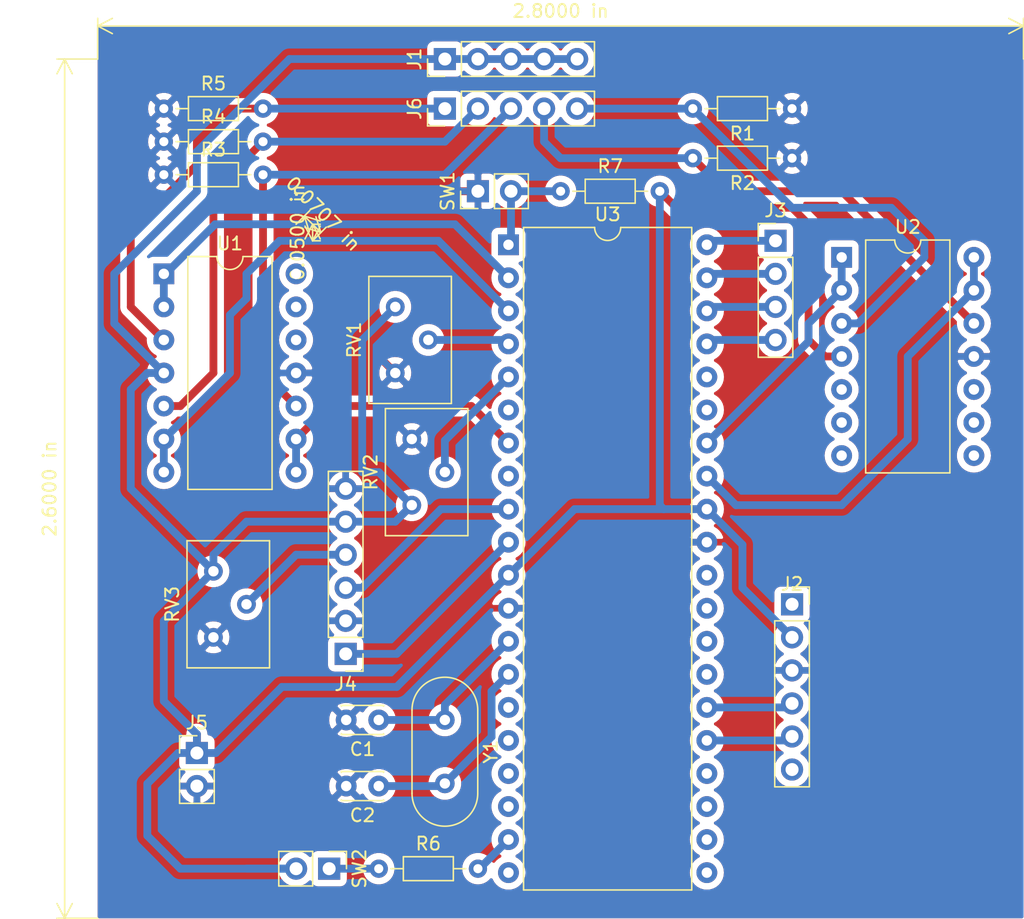
<source format=kicad_pcb>
(kicad_pcb (version 20171130) (host pcbnew "(5.1.2)-2")
  (layers (0 F.Cu signal) (31 B.Cu signal) (34 B.Paste user) (35 F.Paste user) (36 B.SilkS user) (37 F.SilkS user) (38 B.Mask user) (39 F.Mask user) (44 Edge.Cuts user))
  (net 0 "")
  (net 1 OSC1)
  (net 2 GND)
  (net 3 OSC2)
  (net 4 VCC)
  (net 5 "Net-(J2-Pad1)")
  (net 6 TX)
  (net 7 RX)
  (net 8 "Net-(J2-Pad6)")
  (net 9 LCD_RD7)
  (net 10 LCD_RD6)
  (net 11 LCD_RD5)
  (net 12 LCD_RD4)
  (net 13 E)
  (net 14 RS)
  (net 15 "Net-(J4-Pad4)")
  (net 16 "Net-(R6-Pad1)")
  (net 17 "Net-(R6-Pad2)")
  (net 18 MCLR)
  (net 19 Vref-)
  (net 20 Vref+)
  (net 21 ANULARPIC)
  (net 22 INDICEPIC)
  (net 23 MEDIOPIC)
  (net 24 PulgarUC)
  (net 25 MEÑIQUEPIC)
  (net 26 "Net-(U2-Pad8)")
  (net 27 "Net-(U2-Pad9)")
  (net 28 "Net-(U2-Pad10)")
  (net 29 "Net-(U2-Pad5)")
  (net 30 "Net-(U2-Pad6)")
  (net 31 "Net-(U2-Pad7)")
  (net 32 "Net-(U3-Pad21)")
  (net 33 "Net-(U3-Pad22)")
  (net 34 "Net-(U3-Pad23)")
  (net 35 "Net-(U3-Pad24)")
  (net 36 "Net-(U3-Pad27)")
  (net 37 "Net-(U3-Pad8)")
  (net 38 "Net-(U3-Pad28)")
  (net 39 "Net-(U3-Pad29)")
  (net 40 "Net-(U3-Pad30)")
  (net 41 "Net-(U3-Pad15)")
  (net 42 "Net-(U3-Pad35)")
  (net 43 "Net-(U3-Pad16)")
  (net 44 "Net-(U3-Pad36)")
  (net 45 "Net-(U3-Pad17)")
  (net 46 "Net-(U3-Pad18)")
  (net 47 "Net-(U3-Pad20)")
  (net 48 "Net-(U1-Pad14)")
  (net 49 "Net-(U1-Pad13)")
  (net 50 "Net-(U1-Pad12)")
  (net 51 "Net-(J6-Pad5)")
  (net 52 "Net-(J6-Pad4)")
  (net 53 "Net-(J6-Pad3)")
  (net 54 "Net-(J6-Pad2)")
  (net 55 "Net-(J6-Pad1)")
  (net 56 "Net-(U3-Pad6)")
  (module Connector_PinHeader_2.54mm:PinHeader_1x05_P2.54mm_Vertical (layer F.Cu) (at 105.41 64.77 90)
    (fp_text reference J6 (at 0 -2.33 90) (layer F.SilkS))
    (fp_text value UCFLEX)
    (fp_line (start -1.33 -1.33) (end 0 -1.33) (layer F.SilkS) (width 0.12))
    (fp_line (start -1.33 0) (end -1.33 -1.33) (layer F.SilkS) (width 0.12))
    (fp_line (start -1.33 1.27) (end 1.33 1.27) (layer F.SilkS) (width 0.12))
    (fp_line (start 1.33 1.27) (end 1.33 11.49) (layer F.SilkS) (width 0.12))
    (fp_line (start -1.33 1.27) (end -1.33 11.49) (layer F.SilkS) (width 0.12))
    (fp_line (start -1.33 11.49) (end 1.33 11.49) (layer F.SilkS) (width 0.12))
    (pad 5 thru_hole oval (at 0 10.16 90) (size 1.7 1.7) (drill 1) (layers *.Cu *.Mask) (net 51 "Net-(J6-Pad5)"))
    (pad 4 thru_hole oval (at 0 7.62 90) (size 1.7 1.7) (drill 1) (layers *.Cu *.Mask) (net 52 "Net-(J6-Pad4)"))
    (pad 3 thru_hole oval (at 0 5.08 90) (size 1.7 1.7) (drill 1) (layers *.Cu *.Mask) (net 53 "Net-(J6-Pad3)"))
    (pad 2 thru_hole oval (at 0 2.54 90) (size 1.7 1.7) (drill 1) (layers *.Cu *.Mask) (net 54 "Net-(J6-Pad2)"))
    (pad 1 thru_hole rect (at 0 0 90) (size 1.7 1.7) (drill 1) (layers *.Cu *.Mask) (net 55 "Net-(J6-Pad1)"))
  )
  (module Connector_PinHeader_2.54mm:PinHeader_1x05_P2.54mm_Vertical (layer F.Cu) (at 105.41 60.96 90)
    (fp_text reference J1 (at 0 -2.33 90) (layer F.SilkS))
    (fp_text value +FLEX)
    (fp_line (start -1.33 -1.33) (end 0 -1.33) (layer F.SilkS) (width 0.12))
    (fp_line (start -1.33 0) (end -1.33 -1.33) (layer F.SilkS) (width 0.12))
    (fp_line (start -1.33 1.27) (end 1.33 1.27) (layer F.SilkS) (width 0.12))
    (fp_line (start 1.33 1.27) (end 1.33 11.49) (layer F.SilkS) (width 0.12))
    (fp_line (start -1.33 1.27) (end -1.33 11.49) (layer F.SilkS) (width 0.12))
    (fp_line (start -1.33 11.49) (end 1.33 11.49) (layer F.SilkS) (width 0.12))
    (pad 5 thru_hole oval (at 0 10.16 90) (size 1.7 1.7) (drill 1) (layers *.Cu *.Mask) (net 4 VCC))
    (pad 4 thru_hole oval (at 0 7.62 90) (size 1.7 1.7) (drill 1) (layers *.Cu *.Mask) (net 4 VCC))
    (pad 3 thru_hole oval (at 0 5.08 90) (size 1.7 1.7) (drill 1) (layers *.Cu *.Mask) (net 4 VCC))
    (pad 2 thru_hole oval (at 0 2.54 90) (size 1.7 1.7) (drill 1) (layers *.Cu *.Mask) (net 4 VCC))
    (pad 1 thru_hole rect (at 0 0 90) (size 1.7 1.7) (drill 1) (layers *.Cu *.Mask) (net 4 VCC))
  )
  (module Potentiometer_THT:Potentiometer_Bourns_3299Y_Vertical (layer F.Cu) (at 87.63 100.33 90)
    (fp_text reference RV3 (at -2.54 -3.16 90) (layer F.SilkS))
    (fp_text value R_POT_TRIM)
    (fp_line (start -7.425 -2.03) (end 2.345 -2.03) (layer F.SilkS) (width 0.12))
    (fp_line (start -7.425 4.31) (end 2.345 4.31) (layer F.SilkS) (width 0.12))
    (fp_line (start -7.425 -2.03) (end -7.425 4.31) (layer F.SilkS) (width 0.12))
    (fp_line (start 2.345 -2.03) (end 2.345 4.31) (layer F.SilkS) (width 0.12))
    (pad 1 thru_hole circle (at 0 0 90) (size 1.44 1.44) (drill 0.8) (layers *.Cu *.Mask) (net 4 VCC))
    (pad 2 thru_hole circle (at -2.54 2.54 90) (size 1.44 1.44) (drill 0.8) (layers *.Cu *.Mask) (net 15 "Net-(J4-Pad4)"))
    (pad 3 thru_hole circle (at -5.08 0 90) (size 1.44 1.44) (drill 0.8) (layers *.Cu *.Mask) (net 2 GND))
  )
  (module Connector_PinSocket_2.54mm:PinSocket_1x06_P2.54mm_Vertical (layer F.Cu) (at 132.08 102.87)
    (fp_text reference J2 (at 0 -1.56) (layer F.SilkS))
    (fp_text value Conn_01x06_Male)
    (fp_line (start 0 -1.33) (end 1.33 -1.33) (layer F.SilkS) (width 0.12))
    (fp_line (start 1.33 -1.33) (end 1.33 0) (layer F.SilkS) (width 0.12))
    (fp_line (start 1.33 1.27) (end 1.33 14.03) (layer F.SilkS) (width 0.12))
    (fp_line (start -1.33 14.03) (end 1.33 14.03) (layer F.SilkS) (width 0.12))
    (fp_line (start -1.33 1.27) (end -1.33 14.03) (layer F.SilkS) (width 0.12))
    (fp_line (start -1.33 1.27) (end 1.33 1.27) (layer F.SilkS) (width 0.12))
    (pad 6 thru_hole oval (at 0 12.7) (size 1.7 1.7) (drill 1) (layers *.Cu *.Mask) (net 8 "Net-(J2-Pad6)"))
    (pad 5 thru_hole oval (at 0 10.16) (size 1.7 1.7) (drill 1) (layers *.Cu *.Mask) (net 7 RX))
    (pad 4 thru_hole oval (at 0 7.62) (size 1.7 1.7) (drill 1) (layers *.Cu *.Mask) (net 6 TX))
    (pad 3 thru_hole oval (at 0 5.08) (size 1.7 1.7) (drill 1) (layers *.Cu *.Mask) (net 2 GND))
    (pad 2 thru_hole oval (at 0 2.54) (size 1.7 1.7) (drill 1) (layers *.Cu *.Mask) (net 4 VCC))
    (pad 1 thru_hole rect (at 0 0) (size 1.7 1.7) (drill 1) (layers *.Cu *.Mask) (net 5 "Net-(J2-Pad1)"))
  )
  (module Connector_PinHeader_2.54mm:PinHeader_1x06_P2.54mm_Vertical (layer F.Cu) (at 97.79 106.68 180)
    (fp_text reference J4 (at 0 -2.33) (layer F.SilkS))
    (fp_text value Conn_01x06_Male)
    (fp_line (start -1.33 -1.33) (end 0 -1.33) (layer F.SilkS) (width 0.12))
    (fp_line (start -1.33 0) (end -1.33 -1.33) (layer F.SilkS) (width 0.12))
    (fp_line (start -1.33 1.27) (end 1.33 1.27) (layer F.SilkS) (width 0.12))
    (fp_line (start 1.33 1.27) (end 1.33 14.03) (layer F.SilkS) (width 0.12))
    (fp_line (start -1.33 1.27) (end -1.33 14.03) (layer F.SilkS) (width 0.12))
    (fp_line (start -1.33 14.03) (end 1.33 14.03) (layer F.SilkS) (width 0.12))
    (pad 6 thru_hole oval (at 0 12.7 180) (size 1.7 1.7) (drill 1) (layers *.Cu *.Mask) (net 2 GND))
    (pad 5 thru_hole oval (at 0 10.16 180) (size 1.7 1.7) (drill 1) (layers *.Cu *.Mask) (net 4 VCC))
    (pad 4 thru_hole oval (at 0 7.62 180) (size 1.7 1.7) (drill 1) (layers *.Cu *.Mask) (net 15 "Net-(J4-Pad4)"))
    (pad 3 thru_hole oval (at 0 5.08 180) (size 1.7 1.7) (drill 1) (layers *.Cu *.Mask) (net 14 RS))
    (pad 2 thru_hole oval (at 0 2.54 180) (size 1.7 1.7) (drill 1) (layers *.Cu *.Mask) (net 2 GND))
    (pad 1 thru_hole rect (at 0 0 180) (size 1.7 1.7) (drill 1) (layers *.Cu *.Mask) (net 13 E))
  )
  (module Capacitor_THT:C_Disc_D3.0mm_W2.0mm_P2.50mm (layer F.Cu) (at 100.33 111.76 180)
    (fp_text reference C1 (at 1.25 -2.25) (layer F.SilkS))
    (fp_text value C)
    (fp_line (start -0.37 -1.12) (end 2.87 -1.12) (layer F.SilkS) (width 0.12))
    (fp_line (start -0.37 1.12) (end 2.87 1.12) (layer F.SilkS) (width 0.12))
    (fp_line (start -0.37 -1.12) (end -0.37 -1.055) (layer F.SilkS) (width 0.12))
    (fp_line (start -0.37 1.055) (end -0.37 1.12) (layer F.SilkS) (width 0.12))
    (fp_line (start 2.87 -1.12) (end 2.87 -1.055) (layer F.SilkS) (width 0.12))
    (fp_line (start 2.87 1.055) (end 2.87 1.12) (layer F.SilkS) (width 0.12))
    (pad 1 thru_hole circle (at 0 0 180) (size 1.6 1.6) (drill 0.8) (layers *.Cu *.Mask) (net 1 OSC1))
    (pad 2 thru_hole circle (at 2.5 0 180) (size 1.6 1.6) (drill 0.8) (layers *.Cu *.Mask) (net 2 GND))
  )
  (module Capacitor_THT:C_Disc_D3.0mm_W2.0mm_P2.50mm (layer F.Cu) (at 100.33 116.84 180)
    (fp_text reference C2 (at 1.25 -2.25) (layer F.SilkS))
    (fp_text value C)
    (fp_line (start 2.87 1.055) (end 2.87 1.12) (layer F.SilkS) (width 0.12))
    (fp_line (start 2.87 -1.12) (end 2.87 -1.055) (layer F.SilkS) (width 0.12))
    (fp_line (start -0.37 1.055) (end -0.37 1.12) (layer F.SilkS) (width 0.12))
    (fp_line (start -0.37 -1.12) (end -0.37 -1.055) (layer F.SilkS) (width 0.12))
    (fp_line (start -0.37 1.12) (end 2.87 1.12) (layer F.SilkS) (width 0.12))
    (fp_line (start -0.37 -1.12) (end 2.87 -1.12) (layer F.SilkS) (width 0.12))
    (pad 2 thru_hole circle (at 2.5 0 180) (size 1.6 1.6) (drill 0.8) (layers *.Cu *.Mask) (net 2 GND))
    (pad 1 thru_hole circle (at 0 0 180) (size 1.6 1.6) (drill 0.8) (layers *.Cu *.Mask) (net 3 OSC2))
  )
  (module Connector_PinHeader_2.54mm:PinHeader_1x04_P2.54mm_Vertical (layer F.Cu) (at 130.81 74.93)
    (fp_text reference J3 (at 0 -2.33) (layer F.SilkS))
    (fp_text value BusLCD)
    (fp_line (start -1.33 8.95) (end 1.33 8.95) (layer F.SilkS) (width 0.12))
    (fp_line (start -1.33 1.27) (end -1.33 8.95) (layer F.SilkS) (width 0.12))
    (fp_line (start 1.33 1.27) (end 1.33 8.95) (layer F.SilkS) (width 0.12))
    (fp_line (start -1.33 1.27) (end 1.33 1.27) (layer F.SilkS) (width 0.12))
    (fp_line (start -1.33 0) (end -1.33 -1.33) (layer F.SilkS) (width 0.12))
    (fp_line (start -1.33 -1.33) (end 0 -1.33) (layer F.SilkS) (width 0.12))
    (pad 1 thru_hole rect (at 0 0) (size 1.7 1.7) (drill 1) (layers *.Cu *.Mask) (net 9 LCD_RD7))
    (pad 2 thru_hole oval (at 0 2.54) (size 1.7 1.7) (drill 1) (layers *.Cu *.Mask) (net 10 LCD_RD6))
    (pad 3 thru_hole oval (at 0 5.08) (size 1.7 1.7) (drill 1) (layers *.Cu *.Mask) (net 11 LCD_RD5))
    (pad 4 thru_hole oval (at 0 7.62) (size 1.7 1.7) (drill 1) (layers *.Cu *.Mask) (net 12 LCD_RD4))
  )
  (module Connector_PinHeader_2.54mm:PinHeader_1x02_P2.54mm_Vertical (layer F.Cu) (at 86.36 114.3)
    (fp_text reference J5 (at 0 -2.33) (layer F.SilkS))
    (fp_text value Conn_01x02_Male)
    (fp_line (start -1.33 3.87) (end 1.33 3.87) (layer F.SilkS) (width 0.12))
    (fp_line (start -1.33 1.27) (end -1.33 3.87) (layer F.SilkS) (width 0.12))
    (fp_line (start 1.33 1.27) (end 1.33 3.87) (layer F.SilkS) (width 0.12))
    (fp_line (start -1.33 1.27) (end 1.33 1.27) (layer F.SilkS) (width 0.12))
    (fp_line (start -1.33 0) (end -1.33 -1.33) (layer F.SilkS) (width 0.12))
    (fp_line (start -1.33 -1.33) (end 0 -1.33) (layer F.SilkS) (width 0.12))
    (pad 1 thru_hole rect (at 0 0) (size 1.7 1.7) (drill 1) (layers *.Cu *.Mask) (net 4 VCC))
    (pad 2 thru_hole oval (at 0 2.54) (size 1.7 1.7) (drill 1) (layers *.Cu *.Mask) (net 2 GND))
  )
  (module Resistor_THT:R_Axial_DIN0204_L3.6mm_D1.6mm_P7.62mm_Horizontal (layer F.Cu) (at 132.08 64.77 180)
    (fp_text reference R1 (at 3.81 -1.92) (layer F.SilkS))
    (fp_text value R)
    (fp_line (start 1.89 -0.92) (end 1.89 0.92) (layer F.SilkS) (width 0.12))
    (fp_line (start 1.89 0.92) (end 5.73 0.92) (layer F.SilkS) (width 0.12))
    (fp_line (start 5.73 0.92) (end 5.73 -0.92) (layer F.SilkS) (width 0.12))
    (fp_line (start 5.73 -0.92) (end 1.89 -0.92) (layer F.SilkS) (width 0.12))
    (fp_line (start 0.94 0) (end 1.89 0) (layer F.SilkS) (width 0.12))
    (fp_line (start 6.68 0) (end 5.73 0) (layer F.SilkS) (width 0.12))
    (pad 1 thru_hole circle (at 0 0 180) (size 1.4 1.4) (drill 0.7) (layers *.Cu *.Mask) (net 2 GND))
    (pad 2 thru_hole oval (at 7.62 0 180) (size 1.4 1.4) (drill 0.7) (layers *.Cu *.Mask) (net 51 "Net-(J6-Pad5)"))
  )
  (module Resistor_THT:R_Axial_DIN0204_L3.6mm_D1.6mm_P7.62mm_Horizontal (layer F.Cu) (at 132.08 68.58 180)
    (fp_text reference R2 (at 3.81 -1.92) (layer F.SilkS))
    (fp_text value R)
    (fp_line (start 6.68 0) (end 5.73 0) (layer F.SilkS) (width 0.12))
    (fp_line (start 0.94 0) (end 1.89 0) (layer F.SilkS) (width 0.12))
    (fp_line (start 5.73 -0.92) (end 1.89 -0.92) (layer F.SilkS) (width 0.12))
    (fp_line (start 5.73 0.92) (end 5.73 -0.92) (layer F.SilkS) (width 0.12))
    (fp_line (start 1.89 0.92) (end 5.73 0.92) (layer F.SilkS) (width 0.12))
    (fp_line (start 1.89 -0.92) (end 1.89 0.92) (layer F.SilkS) (width 0.12))
    (pad 2 thru_hole oval (at 7.62 0 180) (size 1.4 1.4) (drill 0.7) (layers *.Cu *.Mask) (net 52 "Net-(J6-Pad4)"))
    (pad 1 thru_hole circle (at 0 0 180) (size 1.4 1.4) (drill 0.7) (layers *.Cu *.Mask) (net 2 GND))
  )
  (module Resistor_THT:R_Axial_DIN0204_L3.6mm_D1.6mm_P7.62mm_Horizontal (layer F.Cu) (at 83.82 69.85)
    (fp_text reference R3 (at 3.81 -1.92) (layer F.SilkS))
    (fp_text value R)
    (fp_line (start 1.89 -0.92) (end 1.89 0.92) (layer F.SilkS) (width 0.12))
    (fp_line (start 1.89 0.92) (end 5.73 0.92) (layer F.SilkS) (width 0.12))
    (fp_line (start 5.73 0.92) (end 5.73 -0.92) (layer F.SilkS) (width 0.12))
    (fp_line (start 5.73 -0.92) (end 1.89 -0.92) (layer F.SilkS) (width 0.12))
    (fp_line (start 0.94 0) (end 1.89 0) (layer F.SilkS) (width 0.12))
    (fp_line (start 6.68 0) (end 5.73 0) (layer F.SilkS) (width 0.12))
    (pad 1 thru_hole circle (at 0 0) (size 1.4 1.4) (drill 0.7) (layers *.Cu *.Mask) (net 2 GND))
    (pad 2 thru_hole oval (at 7.62 0) (size 1.4 1.4) (drill 0.7) (layers *.Cu *.Mask) (net 53 "Net-(J6-Pad3)"))
  )
  (module Resistor_THT:R_Axial_DIN0204_L3.6mm_D1.6mm_P7.62mm_Horizontal (layer F.Cu) (at 83.82 67.31)
    (fp_text reference R4 (at 3.81 -1.92) (layer F.SilkS))
    (fp_text value R)
    (fp_line (start 6.68 0) (end 5.73 0) (layer F.SilkS) (width 0.12))
    (fp_line (start 0.94 0) (end 1.89 0) (layer F.SilkS) (width 0.12))
    (fp_line (start 5.73 -0.92) (end 1.89 -0.92) (layer F.SilkS) (width 0.12))
    (fp_line (start 5.73 0.92) (end 5.73 -0.92) (layer F.SilkS) (width 0.12))
    (fp_line (start 1.89 0.92) (end 5.73 0.92) (layer F.SilkS) (width 0.12))
    (fp_line (start 1.89 -0.92) (end 1.89 0.92) (layer F.SilkS) (width 0.12))
    (pad 2 thru_hole oval (at 7.62 0) (size 1.4 1.4) (drill 0.7) (layers *.Cu *.Mask) (net 54 "Net-(J6-Pad2)"))
    (pad 1 thru_hole circle (at 0 0) (size 1.4 1.4) (drill 0.7) (layers *.Cu *.Mask) (net 2 GND))
  )
  (module Resistor_THT:R_Axial_DIN0204_L3.6mm_D1.6mm_P7.62mm_Horizontal (layer F.Cu) (at 83.82 64.77)
    (fp_text reference R5 (at 3.81 -1.92) (layer F.SilkS))
    (fp_text value R)
    (fp_line (start 1.89 -0.92) (end 1.89 0.92) (layer F.SilkS) (width 0.12))
    (fp_line (start 1.89 0.92) (end 5.73 0.92) (layer F.SilkS) (width 0.12))
    (fp_line (start 5.73 0.92) (end 5.73 -0.92) (layer F.SilkS) (width 0.12))
    (fp_line (start 5.73 -0.92) (end 1.89 -0.92) (layer F.SilkS) (width 0.12))
    (fp_line (start 0.94 0) (end 1.89 0) (layer F.SilkS) (width 0.12))
    (fp_line (start 6.68 0) (end 5.73 0) (layer F.SilkS) (width 0.12))
    (pad 1 thru_hole circle (at 0 0) (size 1.4 1.4) (drill 0.7) (layers *.Cu *.Mask) (net 2 GND))
    (pad 2 thru_hole oval (at 7.62 0) (size 1.4 1.4) (drill 0.7) (layers *.Cu *.Mask) (net 55 "Net-(J6-Pad1)"))
  )
  (module Resistor_THT:R_Axial_DIN0204_L3.6mm_D1.6mm_P7.62mm_Horizontal (layer F.Cu) (at 100.33 123.19)
    (fp_text reference R6 (at 3.81 -1.92) (layer F.SilkS))
    (fp_text value R)
    (fp_line (start 1.89 -0.92) (end 1.89 0.92) (layer F.SilkS) (width 0.12))
    (fp_line (start 1.89 0.92) (end 5.73 0.92) (layer F.SilkS) (width 0.12))
    (fp_line (start 5.73 0.92) (end 5.73 -0.92) (layer F.SilkS) (width 0.12))
    (fp_line (start 5.73 -0.92) (end 1.89 -0.92) (layer F.SilkS) (width 0.12))
    (fp_line (start 0.94 0) (end 1.89 0) (layer F.SilkS) (width 0.12))
    (fp_line (start 6.68 0) (end 5.73 0) (layer F.SilkS) (width 0.12))
    (pad 1 thru_hole circle (at 0 0) (size 1.4 1.4) (drill 0.7) (layers *.Cu *.Mask) (net 16 "Net-(R6-Pad1)"))
    (pad 2 thru_hole oval (at 7.62 0) (size 1.4 1.4) (drill 0.7) (layers *.Cu *.Mask) (net 17 "Net-(R6-Pad2)"))
  )
  (module Resistor_THT:R_Axial_DIN0204_L3.6mm_D1.6mm_P7.62mm_Horizontal (layer F.Cu) (at 114.3 71.12)
    (fp_text reference R7 (at 3.81 -1.92) (layer F.SilkS))
    (fp_text value R)
    (fp_line (start 6.68 0) (end 5.73 0) (layer F.SilkS) (width 0.12))
    (fp_line (start 0.94 0) (end 1.89 0) (layer F.SilkS) (width 0.12))
    (fp_line (start 5.73 -0.92) (end 1.89 -0.92) (layer F.SilkS) (width 0.12))
    (fp_line (start 5.73 0.92) (end 5.73 -0.92) (layer F.SilkS) (width 0.12))
    (fp_line (start 1.89 0.92) (end 5.73 0.92) (layer F.SilkS) (width 0.12))
    (fp_line (start 1.89 -0.92) (end 1.89 0.92) (layer F.SilkS) (width 0.12))
    (pad 2 thru_hole oval (at 7.62 0) (size 1.4 1.4) (drill 0.7) (layers *.Cu *.Mask) (net 4 VCC))
    (pad 1 thru_hole circle (at 0 0) (size 1.4 1.4) (drill 0.7) (layers *.Cu *.Mask) (net 18 MCLR))
  )
  (module Potentiometer_THT:Potentiometer_Bourns_3299Y_Vertical (layer F.Cu) (at 101.6 80.01 90)
    (fp_text reference RV1 (at -2.54 -3.16 90) (layer F.SilkS))
    (fp_text value Vref-)
    (fp_line (start -7.425 -2.03) (end 2.345 -2.03) (layer F.SilkS) (width 0.12))
    (fp_line (start -7.425 4.31) (end 2.345 4.31) (layer F.SilkS) (width 0.12))
    (fp_line (start -7.425 -2.03) (end -7.425 4.31) (layer F.SilkS) (width 0.12))
    (fp_line (start 2.345 -2.03) (end 2.345 4.31) (layer F.SilkS) (width 0.12))
    (pad 1 thru_hole circle (at 0 0 90) (size 1.44 1.44) (drill 0.8) (layers *.Cu *.Mask) (net 4 VCC))
    (pad 2 thru_hole circle (at -2.54 2.54 90) (size 1.44 1.44) (drill 0.8) (layers *.Cu *.Mask) (net 19 Vref-))
    (pad 3 thru_hole circle (at -5.08 0 90) (size 1.44 1.44) (drill 0.8) (layers *.Cu *.Mask) (net 2 GND))
  )
  (module Potentiometer_THT:Potentiometer_Bourns_3299Y_Vertical (layer F.Cu) (at 102.87 90.17 90)
    (fp_text reference RV2 (at -2.54 -3.16 90) (layer F.SilkS))
    (fp_text value Vref+)
    (fp_line (start 2.345 -2.03) (end 2.345 4.31) (layer F.SilkS) (width 0.12))
    (fp_line (start -7.425 -2.03) (end -7.425 4.31) (layer F.SilkS) (width 0.12))
    (fp_line (start -7.425 4.31) (end 2.345 4.31) (layer F.SilkS) (width 0.12))
    (fp_line (start -7.425 -2.03) (end 2.345 -2.03) (layer F.SilkS) (width 0.12))
    (pad 3 thru_hole circle (at -5.08 0 90) (size 1.44 1.44) (drill 0.8) (layers *.Cu *.Mask) (net 4 VCC))
    (pad 2 thru_hole circle (at -2.54 2.54 90) (size 1.44 1.44) (drill 0.8) (layers *.Cu *.Mask) (net 20 Vref+))
    (pad 1 thru_hole circle (at 0 0 90) (size 1.44 1.44) (drill 0.8) (layers *.Cu *.Mask) (net 2 GND))
  )
  (module Connector_PinHeader_2.54mm:PinHeader_1x02_P2.54mm_Vertical (layer F.Cu) (at 107.95 71.12 90)
    (fp_text reference SW1 (at 0 -2.33 90) (layer F.SilkS))
    (fp_text value MCLR)
    (fp_line (start -1.33 -1.33) (end 0 -1.33) (layer F.SilkS) (width 0.12))
    (fp_line (start -1.33 0) (end -1.33 -1.33) (layer F.SilkS) (width 0.12))
    (fp_line (start -1.33 1.27) (end 1.33 1.27) (layer F.SilkS) (width 0.12))
    (fp_line (start 1.33 1.27) (end 1.33 3.87) (layer F.SilkS) (width 0.12))
    (fp_line (start -1.33 1.27) (end -1.33 3.87) (layer F.SilkS) (width 0.12))
    (fp_line (start -1.33 3.87) (end 1.33 3.87) (layer F.SilkS) (width 0.12))
    (pad 2 thru_hole oval (at 0 2.54 90) (size 1.7 1.7) (drill 1) (layers *.Cu *.Mask) (net 18 MCLR))
    (pad 1 thru_hole rect (at 0 0 90) (size 1.7 1.7) (drill 1) (layers *.Cu *.Mask) (net 2 GND))
  )
  (module Connector_PinHeader_2.54mm:PinHeader_1x02_P2.54mm_Vertical (layer F.Cu) (at 96.52 123.19 270)
    (fp_text reference SW2 (at 0 -2.33 90) (layer F.SilkS))
    (fp_text value SW_Push)
    (fp_line (start -1.33 3.87) (end 1.33 3.87) (layer F.SilkS) (width 0.12))
    (fp_line (start -1.33 1.27) (end -1.33 3.87) (layer F.SilkS) (width 0.12))
    (fp_line (start 1.33 1.27) (end 1.33 3.87) (layer F.SilkS) (width 0.12))
    (fp_line (start -1.33 1.27) (end 1.33 1.27) (layer F.SilkS) (width 0.12))
    (fp_line (start -1.33 0) (end -1.33 -1.33) (layer F.SilkS) (width 0.12))
    (fp_line (start -1.33 -1.33) (end 0 -1.33) (layer F.SilkS) (width 0.12))
    (pad 1 thru_hole rect (at 0 0 270) (size 1.7 1.7) (drill 1) (layers *.Cu *.Mask) (net 16 "Net-(R6-Pad1)"))
    (pad 2 thru_hole oval (at 0 2.54 270) (size 1.7 1.7) (drill 1) (layers *.Cu *.Mask) (net 4 VCC))
  )
  (module Package_DIP:DIP-14_W10.16mm (layer F.Cu) (at 83.82 77.47)
    (fp_text reference U1 (at 5.08 -2.33) (layer F.SilkS))
    (fp_text value LM324)
    (fp_line (start 8.315 -1.33) (end 6.08 -1.33) (layer F.SilkS) (width 0.12))
    (fp_line (start 8.315 16.57) (end 8.315 -1.33) (layer F.SilkS) (width 0.12))
    (fp_line (start 1.845 16.57) (end 8.315 16.57) (layer F.SilkS) (width 0.12))
    (fp_line (start 1.845 -1.33) (end 1.845 16.57) (layer F.SilkS) (width 0.12))
    (fp_line (start 4.08 -1.33) (end 1.845 -1.33) (layer F.SilkS) (width 0.12))
    (fp_arc (start 5.08 -1.33) (end 4.08 -1.33) (angle -180) (layer F.SilkS) (width 0.12))
    (pad 14 thru_hole oval (at 10.16 0) (size 1.6 1.6) (drill 0.8) (layers *.Cu *.Mask) (net 48 "Net-(U1-Pad14)"))
    (pad 7 thru_hole oval (at 0 15.24) (size 1.6 1.6) (drill 0.8) (layers *.Cu *.Mask) (net 22 INDICEPIC))
    (pad 13 thru_hole oval (at 10.16 2.54) (size 1.6 1.6) (drill 0.8) (layers *.Cu *.Mask) (net 49 "Net-(U1-Pad13)"))
    (pad 6 thru_hole oval (at 0 12.7) (size 1.6 1.6) (drill 0.8) (layers *.Cu *.Mask) (net 22 INDICEPIC))
    (pad 12 thru_hole oval (at 10.16 5.08) (size 1.6 1.6) (drill 0.8) (layers *.Cu *.Mask) (net 50 "Net-(U1-Pad12)"))
    (pad 5 thru_hole oval (at 0 10.16) (size 1.6 1.6) (drill 0.8) (layers *.Cu *.Mask) (net 54 "Net-(J6-Pad2)"))
    (pad 11 thru_hole oval (at 10.16 7.62) (size 1.6 1.6) (drill 0.8) (layers *.Cu *.Mask) (net 2 GND))
    (pad 4 thru_hole oval (at 0 7.62) (size 1.6 1.6) (drill 0.8) (layers *.Cu *.Mask) (net 4 VCC))
    (pad 10 thru_hole oval (at 10.16 10.16) (size 1.6 1.6) (drill 0.8) (layers *.Cu *.Mask) (net 53 "Net-(J6-Pad3)"))
    (pad 3 thru_hole oval (at 0 5.08) (size 1.6 1.6) (drill 0.8) (layers *.Cu *.Mask) (net 55 "Net-(J6-Pad1)"))
    (pad 9 thru_hole oval (at 10.16 12.7) (size 1.6 1.6) (drill 0.8) (layers *.Cu *.Mask) (net 23 MEDIOPIC))
    (pad 2 thru_hole oval (at 0 2.54) (size 1.6 1.6) (drill 0.8) (layers *.Cu *.Mask) (net 24 PulgarUC))
    (pad 8 thru_hole oval (at 10.16 15.24) (size 1.6 1.6) (drill 0.8) (layers *.Cu *.Mask) (net 23 MEDIOPIC))
    (pad 1 thru_hole rect (at 0 0) (size 1.6 1.6) (drill 0.8) (layers *.Cu *.Mask) (net 24 PulgarUC))
  )
  (module Package_DIP:DIP-14_W10.16mm (layer F.Cu) (at 135.89 76.2)
    (fp_text reference U2 (at 5.08 -2.33) (layer F.SilkS))
    (fp_text value LM324)
    (fp_arc (start 5.08 -1.33) (end 4.08 -1.33) (angle -180) (layer F.SilkS) (width 0.12))
    (fp_line (start 4.08 -1.33) (end 1.845 -1.33) (layer F.SilkS) (width 0.12))
    (fp_line (start 1.845 -1.33) (end 1.845 16.57) (layer F.SilkS) (width 0.12))
    (fp_line (start 1.845 16.57) (end 8.315 16.57) (layer F.SilkS) (width 0.12))
    (fp_line (start 8.315 16.57) (end 8.315 -1.33) (layer F.SilkS) (width 0.12))
    (fp_line (start 8.315 -1.33) (end 6.08 -1.33) (layer F.SilkS) (width 0.12))
    (pad 1 thru_hole rect (at 0 0) (size 1.6 1.6) (drill 0.8) (layers *.Cu *.Mask) (net 25 MEÑIQUEPIC))
    (pad 8 thru_hole oval (at 10.16 15.24) (size 1.6 1.6) (drill 0.8) (layers *.Cu *.Mask) (net 26 "Net-(U2-Pad8)"))
    (pad 2 thru_hole oval (at 0 2.54) (size 1.6 1.6) (drill 0.8) (layers *.Cu *.Mask) (net 25 MEÑIQUEPIC))
    (pad 9 thru_hole oval (at 10.16 12.7) (size 1.6 1.6) (drill 0.8) (layers *.Cu *.Mask) (net 27 "Net-(U2-Pad9)"))
    (pad 3 thru_hole oval (at 0 5.08) (size 1.6 1.6) (drill 0.8) (layers *.Cu *.Mask) (net 51 "Net-(J6-Pad5)"))
    (pad 10 thru_hole oval (at 10.16 10.16) (size 1.6 1.6) (drill 0.8) (layers *.Cu *.Mask) (net 28 "Net-(U2-Pad10)"))
    (pad 4 thru_hole oval (at 0 7.62) (size 1.6 1.6) (drill 0.8) (layers *.Cu *.Mask) (net 4 VCC))
    (pad 11 thru_hole oval (at 10.16 7.62) (size 1.6 1.6) (drill 0.8) (layers *.Cu *.Mask) (net 2 GND))
    (pad 5 thru_hole oval (at 0 10.16) (size 1.6 1.6) (drill 0.8) (layers *.Cu *.Mask) (net 29 "Net-(U2-Pad5)"))
    (pad 12 thru_hole oval (at 10.16 5.08) (size 1.6 1.6) (drill 0.8) (layers *.Cu *.Mask) (net 52 "Net-(J6-Pad4)"))
    (pad 6 thru_hole oval (at 0 12.7) (size 1.6 1.6) (drill 0.8) (layers *.Cu *.Mask) (net 30 "Net-(U2-Pad6)"))
    (pad 13 thru_hole oval (at 10.16 2.54) (size 1.6 1.6) (drill 0.8) (layers *.Cu *.Mask) (net 21 ANULARPIC))
    (pad 7 thru_hole oval (at 0 15.24) (size 1.6 1.6) (drill 0.8) (layers *.Cu *.Mask) (net 31 "Net-(U2-Pad7)"))
    (pad 14 thru_hole oval (at 10.16 0) (size 1.6 1.6) (drill 0.8) (layers *.Cu *.Mask) (net 21 ANULARPIC))
  )
  (module Package_DIP:DIP-40_W15.24mm (layer F.Cu) (at 110.295001 75.235001)
    (fp_text reference U3 (at 7.62 -2.33) (layer F.SilkS))
    (fp_text value PIC18F4550-IP)
    (fp_arc (start 7.62 -1.33) (end 6.62 -1.33) (angle -180) (layer F.SilkS) (width 0.12))
    (fp_line (start 6.62 -1.33) (end 1.16 -1.33) (layer F.SilkS) (width 0.12))
    (fp_line (start 1.16 -1.33) (end 1.16 49.59) (layer F.SilkS) (width 0.12))
    (fp_line (start 1.16 49.59) (end 14.08 49.59) (layer F.SilkS) (width 0.12))
    (fp_line (start 14.08 49.59) (end 14.08 -1.33) (layer F.SilkS) (width 0.12))
    (fp_line (start 14.08 -1.33) (end 8.62 -1.33) (layer F.SilkS) (width 0.12))
    (pad 1 thru_hole rect (at 0 0) (size 1.6 1.6) (drill 0.8) (layers *.Cu *.Mask) (net 18 MCLR))
    (pad 21 thru_hole oval (at 15.24 48.26) (size 1.6 1.6) (drill 0.8) (layers *.Cu *.Mask) (net 32 "Net-(U3-Pad21)"))
    (pad 2 thru_hole oval (at 0 2.54) (size 1.6 1.6) (drill 0.8) (layers *.Cu *.Mask) (net 24 PulgarUC))
    (pad 22 thru_hole oval (at 15.24 45.72) (size 1.6 1.6) (drill 0.8) (layers *.Cu *.Mask) (net 33 "Net-(U3-Pad22)"))
    (pad 3 thru_hole oval (at 0 5.08) (size 1.6 1.6) (drill 0.8) (layers *.Cu *.Mask) (net 22 INDICEPIC))
    (pad 23 thru_hole oval (at 15.24 43.18) (size 1.6 1.6) (drill 0.8) (layers *.Cu *.Mask) (net 34 "Net-(U3-Pad23)"))
    (pad 4 thru_hole oval (at 0 7.62) (size 1.6 1.6) (drill 0.8) (layers *.Cu *.Mask) (net 19 Vref-))
    (pad 24 thru_hole oval (at 15.24 40.64) (size 1.6 1.6) (drill 0.8) (layers *.Cu *.Mask) (net 35 "Net-(U3-Pad24)"))
    (pad 5 thru_hole oval (at 0 10.16) (size 1.6 1.6) (drill 0.8) (layers *.Cu *.Mask) (net 20 Vref+))
    (pad 25 thru_hole oval (at 15.24 38.1) (size 1.6 1.6) (drill 0.8) (layers *.Cu *.Mask) (net 7 RX))
    (pad 6 thru_hole oval (at 0 12.7) (size 1.6 1.6) (drill 0.8) (layers *.Cu *.Mask) (net 56 "Net-(U3-Pad6)"))
    (pad 26 thru_hole oval (at 15.24 35.56) (size 1.6 1.6) (drill 0.8) (layers *.Cu *.Mask) (net 6 TX))
    (pad 7 thru_hole oval (at 0 15.24) (size 1.6 1.6) (drill 0.8) (layers *.Cu *.Mask) (net 23 MEDIOPIC))
    (pad 27 thru_hole oval (at 15.24 33.02) (size 1.6 1.6) (drill 0.8) (layers *.Cu *.Mask) (net 36 "Net-(U3-Pad27)"))
    (pad 8 thru_hole oval (at 0 17.78) (size 1.6 1.6) (drill 0.8) (layers *.Cu *.Mask) (net 37 "Net-(U3-Pad8)"))
    (pad 28 thru_hole oval (at 15.24 30.48) (size 1.6 1.6) (drill 0.8) (layers *.Cu *.Mask) (net 38 "Net-(U3-Pad28)"))
    (pad 9 thru_hole oval (at 0 20.32) (size 1.6 1.6) (drill 0.8) (layers *.Cu *.Mask) (net 14 RS))
    (pad 29 thru_hole oval (at 15.24 27.94) (size 1.6 1.6) (drill 0.8) (layers *.Cu *.Mask) (net 39 "Net-(U3-Pad29)"))
    (pad 10 thru_hole oval (at 0 22.86) (size 1.6 1.6) (drill 0.8) (layers *.Cu *.Mask) (net 13 E))
    (pad 30 thru_hole oval (at 15.24 25.4) (size 1.6 1.6) (drill 0.8) (layers *.Cu *.Mask) (net 40 "Net-(U3-Pad30)"))
    (pad 11 thru_hole oval (at 0 25.4) (size 1.6 1.6) (drill 0.8) (layers *.Cu *.Mask) (net 4 VCC))
    (pad 31 thru_hole oval (at 15.24 22.86) (size 1.6 1.6) (drill 0.8) (layers *.Cu *.Mask) (net 2 GND))
    (pad 12 thru_hole oval (at 0 27.94) (size 1.6 1.6) (drill 0.8) (layers *.Cu *.Mask) (net 2 GND))
    (pad 32 thru_hole oval (at 15.24 20.32) (size 1.6 1.6) (drill 0.8) (layers *.Cu *.Mask) (net 4 VCC))
    (pad 13 thru_hole oval (at 0 30.48) (size 1.6 1.6) (drill 0.8) (layers *.Cu *.Mask) (net 1 OSC1))
    (pad 33 thru_hole oval (at 15.24 17.78) (size 1.6 1.6) (drill 0.8) (layers *.Cu *.Mask) (net 21 ANULARPIC))
    (pad 14 thru_hole oval (at 0 33.02) (size 1.6 1.6) (drill 0.8) (layers *.Cu *.Mask) (net 3 OSC2))
    (pad 34 thru_hole oval (at 15.24 15.24) (size 1.6 1.6) (drill 0.8) (layers *.Cu *.Mask) (net 25 MEÑIQUEPIC))
    (pad 15 thru_hole oval (at 0 35.56) (size 1.6 1.6) (drill 0.8) (layers *.Cu *.Mask) (net 41 "Net-(U3-Pad15)"))
    (pad 35 thru_hole oval (at 15.24 12.7) (size 1.6 1.6) (drill 0.8) (layers *.Cu *.Mask) (net 42 "Net-(U3-Pad35)"))
    (pad 16 thru_hole oval (at 0 38.1) (size 1.6 1.6) (drill 0.8) (layers *.Cu *.Mask) (net 43 "Net-(U3-Pad16)"))
    (pad 36 thru_hole oval (at 15.24 10.16) (size 1.6 1.6) (drill 0.8) (layers *.Cu *.Mask) (net 44 "Net-(U3-Pad36)"))
    (pad 17 thru_hole oval (at 0 40.64) (size 1.6 1.6) (drill 0.8) (layers *.Cu *.Mask) (net 45 "Net-(U3-Pad17)"))
    (pad 37 thru_hole oval (at 15.24 7.62) (size 1.6 1.6) (drill 0.8) (layers *.Cu *.Mask) (net 12 LCD_RD4))
    (pad 18 thru_hole oval (at 0 43.18) (size 1.6 1.6) (drill 0.8) (layers *.Cu *.Mask) (net 46 "Net-(U3-Pad18)"))
    (pad 38 thru_hole oval (at 15.24 5.08) (size 1.6 1.6) (drill 0.8) (layers *.Cu *.Mask) (net 11 LCD_RD5))
    (pad 19 thru_hole oval (at 0 45.72) (size 1.6 1.6) (drill 0.8) (layers *.Cu *.Mask) (net 17 "Net-(R6-Pad2)"))
    (pad 39 thru_hole oval (at 15.24 2.54) (size 1.6 1.6) (drill 0.8) (layers *.Cu *.Mask) (net 10 LCD_RD6))
    (pad 20 thru_hole oval (at 0 48.26) (size 1.6 1.6) (drill 0.8) (layers *.Cu *.Mask) (net 47 "Net-(U3-Pad20)"))
    (pad 40 thru_hole oval (at 15.24 0) (size 1.6 1.6) (drill 0.8) (layers *.Cu *.Mask) (net 9 LCD_RD7))
  )
  (module Crystal:Crystal_HC49-4H_Vertical (layer F.Cu) (at 105.41 111.76 270)
    (fp_text reference Y1 (at 2.44 -3.525 90) (layer F.SilkS))
    (fp_text value Crystal)
    (fp_line (start -0.76 -2.525) (end 5.64 -2.525) (layer F.SilkS) (width 0.12))
    (fp_line (start -0.76 2.525) (end 5.64 2.525) (layer F.SilkS) (width 0.12))
    (fp_arc (start -0.76 0) (end -0.76 -2.525) (angle -180) (layer F.SilkS) (width 0.12))
    (fp_arc (start 5.64 0) (end 5.64 -2.525) (angle 180) (layer F.SilkS) (width 0.12))
    (pad 1 thru_hole circle (at 0 0 270) (size 1.5 1.5) (drill 0.8) (layers *.Cu *.Mask) (net 1 OSC1))
    (pad 2 thru_hole circle (at 4.88 0 270) (size 1.5 1.5) (drill 0.8) (layers *.Cu *.Mask) (net 3 OSC2))
  )
  (dimension 1.796051 (width 0.12) (layer F.SilkS) (gr_text "1.796 mm" (at 96.148026 72.761974 315) (layer F.SilkS) (effects (font (size 1 1) (thickness 0.15)))) (feature1 (pts (xy 95.25 74.93) (xy 96.299662 73.880338))) (feature2 (pts (xy 93.98 73.66) (xy 95.029662 72.610338))) (crossbar (pts (xy 94.615 73.025) (xy 95.885 74.295))) (arrow1a (pts (xy 95.885 74.295) (xy 94.673779 73.913104))) (arrow1b (pts (xy 95.885 74.295) (xy 95.503104 73.083779))) (arrow2a (pts (xy 94.615 73.025) (xy 94.996896 74.236221))) (arrow2b (pts (xy 94.615 73.025) (xy 95.826221 73.406896))))
  (dimension 1.27 (width 0.12) (layer F.SilkS) (gr_text "1.270 mm" (at 96.52 74.295 90) (layer F.SilkS) (effects (font (size 1 1) (thickness 0.15)))) (feature1 (pts (xy 95.25 73.66) (xy 95.836421 73.66))) (feature2 (pts (xy 95.25 74.93) (xy 95.836421 74.93))) (crossbar (pts (xy 95.25 74.93) (xy 95.25 73.66))) (arrow1a (pts (xy 95.25 73.66) (xy 95.836421 74.786504))) (arrow1b (pts (xy 95.25 73.66) (xy 94.663579 74.786504))) (arrow2a (pts (xy 95.25 74.93) (xy 95.836421 73.803496))) (arrow2b (pts (xy 95.25 74.93) (xy 94.663579 73.803496))))
  (dimension 71.12 (width 0.12) (layer F.SilkS) (gr_text "71.120 mm" (at 114.3 57.15) (layer F.SilkS) (effects (font (size 1 1) (thickness 0.15)))) (feature1 (pts (xy 149.86 60.96) (xy 149.86 57.833579))) (feature2 (pts (xy 78.74 60.96) (xy 78.74 57.833579))) (crossbar (pts (xy 78.74 58.42) (xy 149.86 58.42))) (arrow1a (pts (xy 149.86 58.42) (xy 148.733496 59.006421))) (arrow1b (pts (xy 149.86 58.42) (xy 148.733496 57.833579))) (arrow2a (pts (xy 78.74 58.42) (xy 79.866504 59.006421))) (arrow2b (pts (xy 78.74 58.42) (xy 79.866504 57.833579))))
  (dimension 66.04 (width 0.12) (layer F.SilkS) (gr_text "66.040 mm" (at 74.930001 93.98 270) (layer F.SilkS) (effects (font (size 1 1) (thickness 0.15)))) (feature1 (pts (xy 78.74 127) (xy 75.61358 127))) (feature2 (pts (xy 78.74 60.96) (xy 75.61358 60.96))) (crossbar (pts (xy 76.200001 60.96) (xy 76.200001 127))) (arrow1a (pts (xy 76.200001 127) (xy 75.61358 125.873496))) (arrow1b (pts (xy 76.200001 127) (xy 76.786422 125.873496))) (arrow2a (pts (xy 76.200001 60.96) (xy 75.61358 62.086504))) (arrow2b (pts (xy 76.200001 60.96) (xy 76.786422 62.086504))))
  (segment (start 105.41 110.600002) (end 110.295001 105.715001) (width 0.6) (layer B.Cu) (net 1))
  (segment (start 105.41 111.76) (end 105.41 110.600002) (width 0.6) (layer B.Cu) (net 1))
  (segment (start 100.33 111.76) (end 105.41 111.76) (width 0.6) (layer B.Cu) (net 1))
  (segment (start 106.5 71.12) (end 99.06 78.56) (width 0.6) (layer F.Cu) (net 2))
  (segment (start 107.95 71.12) (end 106.5 71.12) (width 0.6) (layer F.Cu) (net 2))
  (segment (start 99.06 82.55) (end 101.6 85.09) (width 0.6) (layer F.Cu) (net 2))
  (segment (start 99.06 78.56) (end 99.06 82.55) (width 0.6) (layer F.Cu) (net 2))
  (segment (start 109.495002 109.055) (end 110.295001 108.255001) (width 0.6) (layer B.Cu) (net 3))
  (segment (start 108.995 109.555002) (end 109.495002 109.055) (width 0.6) (layer B.Cu) (net 3))
  (segment (start 108.995 113.055) (end 108.995 109.555002) (width 0.6) (layer B.Cu) (net 3))
  (segment (start 105.41 116.64) (end 108.995 113.055) (width 0.6) (layer B.Cu) (net 3))
  (segment (start 105.21 116.84) (end 105.41 116.64) (width 0.6) (layer B.Cu) (net 3))
  (segment (start 100.33 116.84) (end 105.21 116.84) (width 0.6) (layer B.Cu) (net 3))
  (segment (start 86.36 112.85) (end 83.82 110.31) (width 0.6) (layer B.Cu) (net 4))
  (segment (start 86.36 114.3) (end 86.36 112.85) (width 0.6) (layer B.Cu) (net 4))
  (segment (start 83.82 104.14) (end 87.63 100.33) (width 0.6) (layer B.Cu) (net 4))
  (segment (start 83.82 110.31) (end 83.82 104.14) (width 0.6) (layer B.Cu) (net 4))
  (segment (start 87.63 100.33) (end 87.63 99.06) (width 0.6) (layer B.Cu) (net 4))
  (segment (start 87.63 99.06) (end 90.17 96.52) (width 0.6) (layer B.Cu) (net 4))
  (segment (start 115.375001 95.555001) (end 110.295001 100.635001) (width 0.6) (layer B.Cu) (net 4))
  (segment (start 99.06 82.55) (end 101.6 80.01) (width 0.6) (layer B.Cu) (net 4))
  (segment (start 99.06 92.71) (end 99.06 82.55) (width 0.6) (layer B.Cu) (net 4))
  (segment (start 86.36 114.3) (end 86.36 112.85) (width 0.6) (layer F.Cu) (net 4))
  (segment (start 132.08 105.41) (end 128.27 101.6) (width 0.6) (layer B.Cu) (net 4))
  (segment (start 128.27 98.29) (end 125.535001 95.555001) (width 0.6) (layer B.Cu) (net 4))
  (segment (start 128.27 101.6) (end 128.27 98.29) (width 0.6) (layer B.Cu) (net 4))
  (segment (start 121.92 95.25) (end 122.225001 95.555001) (width 0.6) (layer B.Cu) (net 4))
  (segment (start 121.92 71.12) (end 121.92 95.25) (width 0.6) (layer B.Cu) (net 4))
  (segment (start 125.535001 95.555001) (end 122.225001 95.555001) (width 0.6) (layer B.Cu) (net 4))
  (segment (start 122.225001 95.555001) (end 115.375001 95.555001) (width 0.6) (layer B.Cu) (net 4))
  (segment (start 90.17 123.19) (end 93.98 123.19) (width 0.6) (layer B.Cu) (net 4))
  (segment (start 100.33 92.71) (end 102.87 95.25) (width 0.6) (layer B.Cu) (net 4))
  (segment (start 99.06 92.71) (end 100.33 92.71) (width 0.6) (layer B.Cu) (net 4))
  (segment (start 101.6 96.52) (end 102.87 95.25) (width 0.6) (layer B.Cu) (net 4))
  (segment (start 101.6 96.52) (end 97.79 96.52) (width 0.6) (layer B.Cu) (net 4))
  (segment (start 90.17 96.52) (end 97.79 96.52) (width 0.6) (layer B.Cu) (net 4))
  (segment (start 105.41 60.96) (end 115.57 60.96) (width 0.6) (layer B.Cu) (net 4))
  (segment (start 110.295001 100.635001) (end 101.710002 109.22) (width 0.6) (layer B.Cu) (net 4))
  (segment (start 87.81 114.3) (end 86.36 114.3) (width 0.6) (layer B.Cu) (net 4))
  (segment (start 92.89 109.22) (end 87.81 114.3) (width 0.6) (layer B.Cu) (net 4))
  (segment (start 101.710002 109.22) (end 92.89 109.22) (width 0.6) (layer B.Cu) (net 4))
  (segment (start 84.91 114.3) (end 86.36 114.3) (width 0.6) (layer B.Cu) (net 4))
  (segment (start 82.55 116.66) (end 84.91 114.3) (width 0.6) (layer B.Cu) (net 4))
  (segment (start 82.55 120.65) (end 82.55 116.66) (width 0.6) (layer B.Cu) (net 4))
  (segment (start 85.09 123.19) (end 82.55 120.65) (width 0.6) (layer B.Cu) (net 4))
  (segment (start 93.98 123.19) (end 85.09 123.19) (width 0.6) (layer B.Cu) (net 4))
  (segment (start 123.19 72.39) (end 121.92 71.12) (width 0.6) (layer F.Cu) (net 4))
  (segment (start 132.08 72.39) (end 123.19 72.39) (width 0.6) (layer F.Cu) (net 4))
  (segment (start 83.82 85.09) (end 82.55 85.09) (width 0.6) (layer B.Cu) (net 4))
  (segment (start 82.55 85.09) (end 81.28 86.36) (width 0.6) (layer B.Cu) (net 4))
  (segment (start 81.28 93.98) (end 87.63 100.33) (width 0.6) (layer B.Cu) (net 4))
  (segment (start 81.28 86.36) (end 81.28 93.98) (width 0.6) (layer B.Cu) (net 4))
  (segment (start 105.41 60.96) (end 93.473998 60.96) (width 0.6) (layer B.Cu) (net 4))
  (segment (start 93.473998 60.96) (end 86.36 68.073998) (width 0.6) (layer B.Cu) (net 4))
  (segment (start 86.36 68.073998) (end 86.36 71.12) (width 0.6) (layer B.Cu) (net 4))
  (segment (start 86.36 71.12) (end 80.01 77.47) (width 0.6) (layer B.Cu) (net 4))
  (segment (start 80.01 81.28) (end 83.82 85.09) (width 0.6) (layer B.Cu) (net 4))
  (segment (start 80.01 77.47) (end 80.01 81.28) (width 0.6) (layer B.Cu) (net 4))
  (segment (start 135.89 83.82) (end 134.62 83.82) (width 0.6) (layer F.Cu) (net 4))
  (segment (start 134.62 83.82) (end 133.35 82.55) (width 0.6) (layer F.Cu) (net 4))
  (segment (start 133.35 73.66) (end 132.08 72.39) (width 0.6) (layer F.Cu) (net 4))
  (segment (start 133.35 82.55) (end 133.35 73.66) (width 0.6) (layer F.Cu) (net 4))
  (segment (start 124.46 68.58) (end 127 71.12) (width 0.6) (layer F.Cu) (net 52))
  (segment (start 135.89 71.12) (end 146.05 81.28) (width 0.6) (layer F.Cu) (net 52))
  (segment (start 127 71.12) (end 135.89 71.12) (width 0.6) (layer F.Cu) (net 52))
  (segment (start 131.774999 110.795001) (end 132.08 110.49) (width 0.6) (layer B.Cu) (net 6))
  (segment (start 125.535001 110.795001) (end 131.774999 110.795001) (width 0.6) (layer B.Cu) (net 6))
  (segment (start 131.774999 113.335001) (end 132.08 113.03) (width 0.6) (layer B.Cu) (net 7))
  (segment (start 125.535001 113.335001) (end 131.774999 113.335001) (width 0.6) (layer B.Cu) (net 7))
  (segment (start 125.840002 74.93) (end 125.535001 75.235001) (width 0.6) (layer B.Cu) (net 9))
  (segment (start 130.81 74.93) (end 125.840002 74.93) (width 0.6) (layer B.Cu) (net 9))
  (segment (start 125.840002 77.47) (end 125.535001 77.775001) (width 0.6) (layer B.Cu) (net 10))
  (segment (start 130.81 77.47) (end 125.840002 77.47) (width 0.6) (layer B.Cu) (net 10))
  (segment (start 125.840002 80.01) (end 125.535001 80.315001) (width 0.6) (layer B.Cu) (net 11))
  (segment (start 130.81 80.01) (end 125.840002 80.01) (width 0.6) (layer B.Cu) (net 11))
  (segment (start 125.840002 82.55) (end 125.535001 82.855001) (width 0.6) (layer B.Cu) (net 12))
  (segment (start 130.81 82.55) (end 125.840002 82.55) (width 0.6) (layer B.Cu) (net 12))
  (segment (start 101.710002 106.68) (end 110.295001 98.095001) (width 0.6) (layer B.Cu) (net 13))
  (segment (start 101.710002 106.68) (end 97.79 106.68) (width 0.6) (layer B.Cu) (net 13))
  (segment (start 105.104999 95.555001) (end 110.295001 95.555001) (width 0.6) (layer B.Cu) (net 14))
  (segment (start 99.06 101.6) (end 105.104999 95.555001) (width 0.6) (layer B.Cu) (net 14))
  (segment (start 99.06 101.6) (end 97.79 101.6) (width 0.6) (layer B.Cu) (net 14))
  (segment (start 93.98 99.06) (end 90.17 102.87) (width 0.6) (layer B.Cu) (net 15))
  (segment (start 97.79 99.06) (end 93.98 99.06) (width 0.6) (layer B.Cu) (net 15))
  (segment (start 100.33 123.19) (end 96.52 123.19) (width 0.6) (layer B.Cu) (net 16))
  (segment (start 108.060002 123.19) (end 110.295001 120.955001) (width 0.6) (layer B.Cu) (net 17))
  (segment (start 107.95 123.19) (end 108.060002 123.19) (width 0.6) (layer B.Cu) (net 17))
  (segment (start 114.3 71.12) (end 110.49 71.12) (width 0.6) (layer B.Cu) (net 18))
  (segment (start 110.49 75.040002) (end 110.295001 75.235001) (width 0.6) (layer B.Cu) (net 18))
  (segment (start 110.49 71.12) (end 110.49 75.040002) (width 0.6) (layer B.Cu) (net 18))
  (segment (start 109.99 82.55) (end 110.295001 82.855001) (width 0.6) (layer B.Cu) (net 19))
  (segment (start 104.14 82.55) (end 109.99 82.55) (width 0.6) (layer B.Cu) (net 19))
  (segment (start 105.41 90.280002) (end 105.41 92.71) (width 0.6) (layer B.Cu) (net 20))
  (segment (start 110.295001 85.395001) (end 105.41 90.280002) (width 0.6) (layer B.Cu) (net 20))
  (segment (start 126.335 93.815) (end 125.535001 93.015001) (width 0.6) (layer B.Cu) (net 21))
  (segment (start 127.77 95.25) (end 126.335 93.815) (width 0.6) (layer B.Cu) (net 21))
  (segment (start 135.89 95.25) (end 127.77 95.25) (width 0.6) (layer B.Cu) (net 21))
  (segment (start 140.97 90.17) (end 135.89 95.25) (width 0.6) (layer B.Cu) (net 21))
  (segment (start 140.97 83.82) (end 140.97 90.17) (width 0.6) (layer B.Cu) (net 21))
  (segment (start 146.05 78.74) (end 140.97 83.82) (width 0.6) (layer B.Cu) (net 21))
  (segment (start 146.05 76.2) (end 146.05 78.74) (width 0.6) (layer B.Cu) (net 21))
  (segment (start 83.82 90.17) (end 83.82 92.71) (width 0.6) (layer B.Cu) (net 22))
  (segment (start 83.82 90.17) (end 88.9 85.09) (width 0.6) (layer B.Cu) (net 22))
  (segment (start 88.9 80.625998) (end 90.17 79.355998) (width 0.6) (layer B.Cu) (net 22))
  (segment (start 88.9 85.09) (end 88.9 80.625998) (width 0.6) (layer B.Cu) (net 22))
  (segment (start 90.17 79.355998) (end 90.17 77.47) (width 0.6) (layer B.Cu) (net 22))
  (segment (start 90.17 77.47) (end 92.71 74.93) (width 0.6) (layer B.Cu) (net 22))
  (segment (start 104.91 74.93) (end 110.295001 80.315001) (width 0.6) (layer B.Cu) (net 22))
  (segment (start 92.71 74.93) (end 104.91 74.93) (width 0.6) (layer B.Cu) (net 22))
  (segment (start 93.98 90.17) (end 93.98 92.71) (width 0.6) (layer B.Cu) (net 23))
  (segment (start 93.98 90.17) (end 96.52 87.63) (width 0.6) (layer F.Cu) (net 23))
  (segment (start 107.45 87.63) (end 110.295001 90.475001) (width 0.6) (layer F.Cu) (net 23))
  (segment (start 96.52 87.63) (end 107.45 87.63) (width 0.6) (layer F.Cu) (net 23))
  (segment (start 83.82 77.47) (end 83.82 80.01) (width 0.6) (layer B.Cu) (net 24))
  (segment (start 106.18 73.66) (end 110.295001 77.775001) (width 0.6) (layer B.Cu) (net 24))
  (segment (start 87.76 73.66) (end 106.18 73.66) (width 0.6) (layer B.Cu) (net 24))
  (segment (start 83.82 77.47) (end 83.95 77.47) (width 0.6) (layer B.Cu) (net 24))
  (segment (start 83.95 77.47) (end 87.76 73.66) (width 0.6) (layer B.Cu) (net 24))
  (segment (start 135.89 76.2) (end 135.89 78.74) (width 0.6) (layer B.Cu) (net 25))
  (segment (start 133.35 82.660002) (end 125.535001 90.475001) (width 0.6) (layer B.Cu) (net 25))
  (segment (start 135.89 78.74) (end 133.35 81.28) (width 0.6) (layer B.Cu) (net 25))
  (segment (start 133.35 81.28) (end 133.35 82.660002) (width 0.6) (layer B.Cu) (net 25))
  (segment (start 115.57 64.77) (end 124.46 64.77) (width 0.6) (layer B.Cu) (net 51))
  (segment (start 137.02137 81.28) (end 135.89 81.28) (width 0.6) (layer B.Cu) (net 51))
  (segment (start 124.46 64.77) (end 132.08 72.39) (width 0.6) (layer B.Cu) (net 51))
  (segment (start 132.08 72.39) (end 139.7 72.39) (width 0.6) (layer B.Cu) (net 51))
  (segment (start 139.7 72.39) (end 142.24 74.93) (width 0.6) (layer B.Cu) (net 51))
  (segment (start 142.24 74.93) (end 142.24 76.2) (width 0.6) (layer B.Cu) (net 51))
  (segment (start 142.24 76.2) (end 137.16 81.28) (width 0.6) (layer B.Cu) (net 51))
  (segment (start 137.16 81.28) (end 137.02137 81.28) (width 0.6) (layer B.Cu) (net 51))
  (segment (start 113.03 64.77) (end 113.03 67.31) (width 0.6) (layer B.Cu) (net 52))
  (segment (start 114.3 68.58) (end 124.46 68.58) (width 0.6) (layer B.Cu) (net 52))
  (segment (start 113.03 67.31) (end 114.3 68.58) (width 0.6) (layer B.Cu) (net 52))
  (segment (start 105.41 69.85) (end 91.44 69.85) (width 0.6) (layer B.Cu) (net 53))
  (segment (start 110.49 64.77) (end 105.41 69.85) (width 0.6) (layer B.Cu) (net 53))
  (segment (start 91.44 85.09) (end 93.98 87.63) (width 0.6) (layer F.Cu) (net 53))
  (segment (start 91.44 69.85) (end 91.44 85.09) (width 0.6) (layer F.Cu) (net 53))
  (segment (start 105.41 67.31) (end 91.44 67.31) (width 0.6) (layer B.Cu) (net 54))
  (segment (start 107.95 64.77) (end 105.41 67.31) (width 0.6) (layer B.Cu) (net 54))
  (segment (start 87.63 71.12) (end 87.63 85.09) (width 0.6) (layer F.Cu) (net 54))
  (segment (start 91.44 67.31) (end 87.63 71.12) (width 0.6) (layer F.Cu) (net 54))
  (segment (start 85.09 87.63) (end 83.82 87.63) (width 0.6) (layer F.Cu) (net 54))
  (segment (start 87.63 85.09) (end 85.09 87.63) (width 0.6) (layer F.Cu) (net 54))
  (segment (start 105.41 64.77) (end 91.44 64.77) (width 0.6) (layer B.Cu) (net 55))
  (segment (start 91.44 64.77) (end 88.9 64.77) (width 0.6) (layer F.Cu) (net 55))
  (segment (start 88.9 64.77) (end 86.36 67.31) (width 0.6) (layer F.Cu) (net 55))
  (segment (start 86.36 69.086002) (end 81.28 74.166002) (width 0.6) (layer F.Cu) (net 55))
  (segment (start 86.36 67.31) (end 86.36 69.086002) (width 0.6) (layer F.Cu) (net 55))
  (segment (start 81.28 80.01) (end 83.82 82.55) (width 0.6) (layer F.Cu) (net 55))
  (segment (start 81.28 74.166002) (end 81.28 80.01) (width 0.6) (layer F.Cu) (net 55))
  (zone (net 2) (net_name GND) (layer F.Cu) (connect_pads (clearance 0.508)) (min_thickness 0.254) (fill yes (arc_segments 32) (thermal_gap 0.508) (thermal_bridge_width 0.508))
    (polygon (pts (xy 78.74 58.42) (xy 149.86 58.42) (xy 149.86 127) (xy 78.74 127)))
  )
  (zone (net 2) (net_name GND) (layer B.Cu) (connect_pads (clearance 0.508)) (min_thickness 0.254) (fill yes (arc_segments 32) (thermal_gap 0.508) (thermal_bridge_width 0.508))
    (polygon (pts (xy 78.74 58.42) (xy 149.86 58.42) (xy 149.86 127) (xy 78.74 127)))
  )
)
</source>
